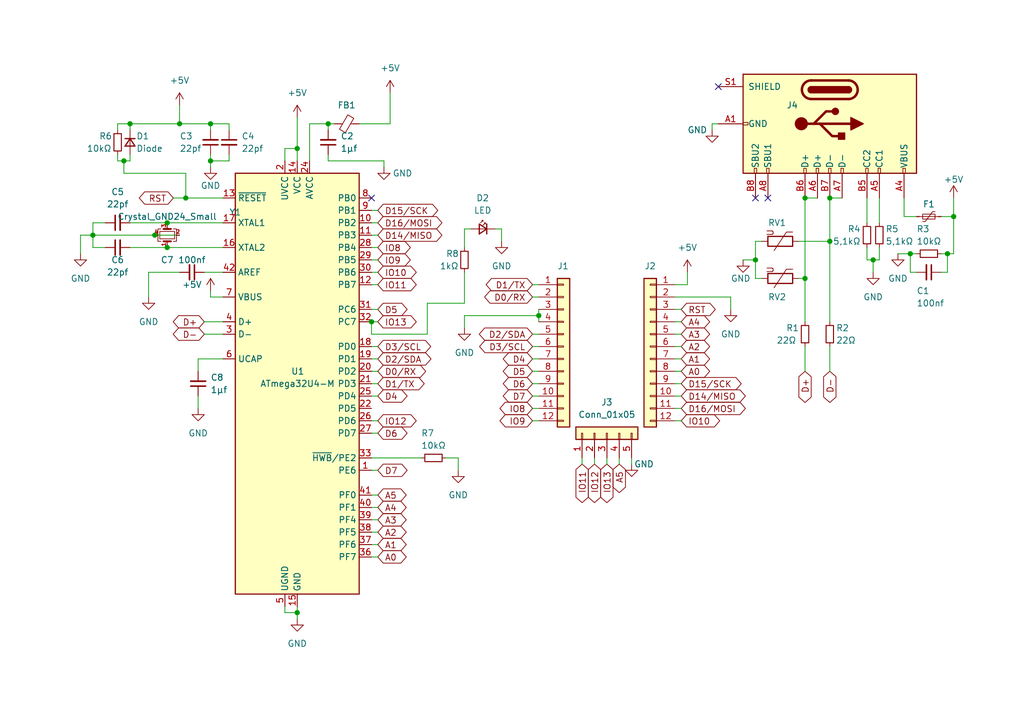
<source format=kicad_sch>
(kicad_sch (version 20211123) (generator eeschema)
  (paper "A5")
  (title_block (title "\"Epi\"") (date "2022-10-26") (rev "1,1") (company "Rasmus L."))
  (lib_symbols
    (symbol "Connector:USB_C_Receptacle_USB2.0" (pin_names (offset 1.016))
      (property "Reference" "J" (at -10.16 19.05 0))
      (property "Value" "USB_C_Receptacle_USB2.0" (at 19.05 19.05 0))
      (symbol "USB_C_Receptacle_USB2.0_0_0"
        (rectangle (start -0.254 -17.78) (end 0.254 -16.764))
        (rectangle (start 10.16 -14.986) (end 9.144 -15.494))
        (rectangle (start 10.16 -12.446) (end 9.144 -12.954))
        (rectangle (start 10.16 -4.826) (end 9.144 -5.334))
        (rectangle (start 10.16 -2.286) (end 9.144 -2.794))
        (rectangle (start 10.16 0.254) (end 9.144 -0.254))
        (rectangle (start 10.16 2.794) (end 9.144 2.286))
        (rectangle (start 10.16 7.874) (end 9.144 7.366))
        (rectangle (start 10.16 10.414) (end 9.144 9.906))
        (rectangle (start 10.16 15.494) (end 9.144 14.986))
      )
      (symbol "USB_C_Receptacle_USB2.0_0_1"
        (rectangle (start -10.16 17.78) (end 10.16 -17.78) (stroke (width 0.254)) (fill (type background)))
        (arc (start -8.89 -3.81) (mid -6.985 -5.715) (end -5.08 -3.81) (stroke (width 0.508)))
        (arc (start -7.62 -3.81) (mid -6.985 -4.445) (end -6.35 -3.81) (stroke (width 0.254)))
        (arc (start -7.62 -3.81) (mid -6.985 -4.445) (end -6.35 -3.81) (stroke (width 0.254)) (fill (type outline)))
        (rectangle (start -7.62 -3.81) (end -6.35 3.81) (stroke (width 0.254)) (fill (type outline)))
        (arc (start -6.35 3.81) (mid -6.985 4.445) (end -7.62 3.81) (stroke (width 0.254)))
        (arc (start -6.35 3.81) (mid -6.985 4.445) (end -7.62 3.81) (stroke (width 0.254)) (fill (type outline)))
        (arc (start -5.08 3.81) (mid -6.985 5.715) (end -8.89 3.81) (stroke (width 0.508)))
        (circle (center -2.54 1.143) (radius 0.635) (stroke (width 0.254)) (fill (type outline)))
        (circle (center 0 -5.842) (radius 1.27) (fill (type outline)))
        (polyline (pts (xy -8.89 -3.81) (xy -8.89 3.81)) (stroke (width 0.508)))
        (polyline (pts (xy -5.08 3.81) (xy -5.08 -3.81)) (stroke (width 0.508)))
        (polyline (pts (xy 0 -5.842) (xy 0 4.318)) (stroke (width 0.508)))
        (polyline (pts (xy 0 -3.302) (xy -2.54 -0.762) (xy -2.54 0.508)) (stroke (width 0.508)))
        (polyline (pts (xy 0 -2.032) (xy 2.54 0.508) (xy 2.54 1.778)) (stroke (width 0.508)))
        (polyline (pts (xy -1.27 4.318) (xy 0 6.858) (xy 1.27 4.318) (xy -1.27 4.318)) (stroke (width 0.254)) (fill (type outline)))
        (rectangle (start 1.905 1.778) (end 3.175 3.048) (stroke (width 0.254)) (fill (type outline)))
      )
      (symbol "USB_C_Receptacle_USB2.0_1_1"
        (pin passive line (at 0 -22.86 90) (length 5.08) (name "GND") (number "A1"))
        (pin passive line (at 0 -22.86 90) (length 5.08) hide (name "GND") (number "A12"))
        (pin passive line (at 15.24 15.24 180) (length 5.08) (name "VBUS") (number "A4"))
        (pin bidirectional line (at 15.24 10.16 180) (length 5.08) (name "CC1") (number "A5"))
        (pin bidirectional line (at 15.24 -2.54 180) (length 5.08) (name "D+") (number "A6"))
        (pin bidirectional line (at 15.24 2.54 180) (length 5.08) (name "D-") (number "A7"))
        (pin bidirectional line (at 15.24 -12.7 180) (length 5.08) (name "SBU1") (number "A8"))
        (pin passive line (at 15.24 15.24 180) (length 5.08) hide (name "VBUS") (number "A9"))
        (pin passive line (at 0 -22.86 90) (length 5.08) hide (name "GND") (number "B1"))
        (pin passive line (at 0 -22.86 90) (length 5.08) hide (name "GND") (number "B12"))
        (pin passive line (at 15.24 15.24 180) (length 5.08) hide (name "VBUS") (number "B4"))
        (pin bidirectional line (at 15.24 7.62 180) (length 5.08) (name "CC2") (number "B5"))
        (pin bidirectional line (at 15.24 -5.08 180) (length 5.08) (name "D+") (number "B6"))
        (pin bidirectional line (at 15.24 0 180) (length 5.08) (name "D-") (number "B7"))
        (pin bidirectional line (at 15.24 -15.24 180) (length 5.08) (name "SBU2") (number "B8"))
        (pin passive line (at 15.24 15.24 180) (length 5.08) hide (name "VBUS") (number "B9"))
        (pin passive line (at -7.62 -22.86 90) (length 5.08) (name "SHIELD") (number "S1"))
      )
    )
    (symbol "Connector_Generic:Conn_01x05" (pin_names (offset 1.016) hide)
      (property "Reference" "J" (at 0 7.62 0))
      (property "Value" "Conn_01x05" (at 0 -7.62 0))
      (symbol "Conn_01x05_1_1"
        (rectangle (start -1.27 -4.953) (end 0 -5.207) (stroke (width 0.1524)))
        (rectangle (start -1.27 -2.413) (end 0 -2.667) (stroke (width 0.1524)))
        (rectangle (start -1.27 0.127) (end 0 -0.127) (stroke (width 0.1524)))
        (rectangle (start -1.27 2.667) (end 0 2.413) (stroke (width 0.1524)))
        (rectangle (start -1.27 5.207) (end 0 4.953) (stroke (width 0.1524)))
        (rectangle (start -1.27 6.35) (end 1.27 -6.35) (stroke (width 0.254)) (fill (type background)))
        (pin passive line (at -5.08 5.08 0) (length 3.81) (name "Pin_1") (number "1"))
        (pin passive line (at -5.08 2.54 0) (length 3.81) (name "Pin_2") (number "2"))
        (pin passive line (at -5.08 0 0) (length 3.81) (name "Pin_3") (number "3"))
        (pin passive line (at -5.08 -2.54 0) (length 3.81) (name "Pin_4") (number "4"))
        (pin passive line (at -5.08 -5.08 0) (length 3.81) (name "Pin_5") (number "5"))
      )
    )
    (symbol "Connector_Generic:Conn_01x12" (pin_names (offset 1.016) hide)
      (property "Reference" "J" (at 0 15.24 0))
      (property "Value" "Conn_01x12" (at 0 -17.78 0))
      (symbol "Conn_01x12_1_1"
        (rectangle (start -1.27 -15.113) (end 0 -15.367) (stroke (width 0.1524)))
        (rectangle (start -1.27 -12.573) (end 0 -12.827) (stroke (width 0.1524)))
        (rectangle (start -1.27 -10.033) (end 0 -10.287) (stroke (width 0.1524)))
        (rectangle (start -1.27 -7.493) (end 0 -7.747) (stroke (width 0.1524)))
        (rectangle (start -1.27 -4.953) (end 0 -5.207) (stroke (width 0.1524)))
        (rectangle (start -1.27 -2.413) (end 0 -2.667) (stroke (width 0.1524)))
        (rectangle (start -1.27 0.127) (end 0 -0.127) (stroke (width 0.1524)))
        (rectangle (start -1.27 2.667) (end 0 2.413) (stroke (width 0.1524)))
        (rectangle (start -1.27 5.207) (end 0 4.953) (stroke (width 0.1524)))
        (rectangle (start -1.27 7.747) (end 0 7.493) (stroke (width 0.1524)))
        (rectangle (start -1.27 10.287) (end 0 10.033) (stroke (width 0.1524)))
        (rectangle (start -1.27 12.827) (end 0 12.573) (stroke (width 0.1524)))
        (rectangle (start -1.27 13.97) (end 1.27 -16.51) (stroke (width 0.254)) (fill (type background)))
        (pin passive line (at -5.08 12.7 0) (length 3.81) (name "Pin_1") (number "1"))
        (pin passive line (at -5.08 -10.16 0) (length 3.81) (name "Pin_10") (number "10"))
        (pin passive line (at -5.08 -12.7 0) (length 3.81) (name "Pin_11") (number "11"))
        (pin passive line (at -5.08 -15.24 0) (length 3.81) (name "Pin_12") (number "12"))
        (pin passive line (at -5.08 10.16 0) (length 3.81) (name "Pin_2") (number "2"))
        (pin passive line (at -5.08 7.62 0) (length 3.81) (name "Pin_3") (number "3"))
        (pin passive line (at -5.08 5.08 0) (length 3.81) (name "Pin_4") (number "4"))
        (pin passive line (at -5.08 2.54 0) (length 3.81) (name "Pin_5") (number "5"))
        (pin passive line (at -5.08 0 0) (length 3.81) (name "Pin_6") (number "6"))
        (pin passive line (at -5.08 -2.54 0) (length 3.81) (name "Pin_7") (number "7"))
        (pin passive line (at -5.08 -5.08 0) (length 3.81) (name "Pin_8") (number "8"))
        (pin passive line (at -5.08 -7.62 0) (length 3.81) (name "Pin_9") (number "9"))
      )
    )
    (symbol "Device:C_Small" (pin_numbers hide) (pin_names (offset 0.254) hide)
      (property "Reference" "C" (at 0.254 1.778 0))
      (property "Value" "C_Small" (at 0.254 -2.032 0))
      (symbol "C_Small_0_1"
        (polyline (pts (xy -1.524 -0.508) (xy 1.524 -0.508)) (stroke (width 0.3302)))
        (polyline (pts (xy -1.524 0.508) (xy 1.524 0.508)) (stroke (width 0.3048)))
      )
      (symbol "C_Small_1_1"
        (pin passive line (at 0 2.54 270) (length 2.032) (name "~") (number "1"))
        (pin passive line (at 0 -2.54 90) (length 2.032) (name "~") (number "2"))
      )
    )
    (symbol "Device:Crystal_GND24_Small" (pin_names (offset 1.016) hide)
      (property "Reference" "Y" (at 1.27 4.445 0))
      (property "Value" "Crystal_GND24_Small" (at 1.27 2.54 0))
      (symbol "Crystal_GND24_Small_0_1"
        (rectangle (start -0.762 -1.524) (end 0.762 1.524))
        (polyline (pts (xy -1.27 -0.762) (xy -1.27 0.762)) (stroke (width 0.381)))
        (polyline (pts (xy 1.27 -0.762) (xy 1.27 0.762)) (stroke (width 0.381)))
        (polyline (pts (xy -1.27 -1.27) (xy -1.27 -1.905) (xy 1.27 -1.905) (xy 1.27 -1.27)))
        (polyline (pts (xy -1.27 1.27) (xy -1.27 1.905) (xy 1.27 1.905) (xy 1.27 1.27)))
      )
      (symbol "Crystal_GND24_Small_1_1"
        (pin passive line (at -2.54 0 0) (length 1.27) (name "1") (number "1"))
        (pin passive line (at 0 -2.54 90) (length 0.635) (name "2") (number "2"))
        (pin passive line (at 2.54 0 180) (length 1.27) (name "3") (number "3"))
        (pin passive line (at 0 2.54 270) (length 0.635) (name "4") (number "4"))
      )
    )
    (symbol "Device:D_Small" (pin_numbers hide) (pin_names (offset 0.254) hide)
      (property "Reference" "D" (at -1.27 2.032 0))
      (property "Value" "D_Small" (at -3.81 -2.032 0))
      (symbol "D_Small_0_1"
        (polyline (pts (xy -0.762 -1.016) (xy -0.762 1.016)) (stroke (width 0.254)))
        (polyline (pts (xy -0.762 0) (xy 0.762 0)))
        (polyline (pts (xy 0.762 -1.016) (xy -0.762 0) (xy 0.762 1.016) (xy 0.762 -1.016)) (stroke (width 0.254)))
      )
      (symbol "D_Small_1_1"
        (pin passive line (at -2.54 0 0) (length 1.778) (name "K") (number "1"))
        (pin passive line (at 2.54 0 180) (length 1.778) (name "A") (number "2"))
      )
    )
    (symbol "Device:FerriteBead_Small" (pin_numbers hide) (pin_names (offset 0))
      (property "Reference" "FB" (at 1.905 1.27 0))
      (property "Value" "FerriteBead_Small" (at 1.905 -1.27 0))
      (symbol "FerriteBead_Small_0_1"
        (polyline (pts (xy 0 -1.27) (xy 0 -0.7874)))
        (polyline (pts (xy 0 0.889) (xy 0 1.2954)))
        (polyline (pts (xy -1.8288 0.2794) (xy -1.1176 1.4986) (xy 1.8288 -0.2032) (xy 1.1176 -1.4224) (xy -1.8288 0.2794)))
      )
      (symbol "FerriteBead_Small_1_1"
        (pin passive line (at 0 2.54 270) (length 1.27) (name "~") (number "1"))
        (pin passive line (at 0 -2.54 90) (length 1.27) (name "~") (number "2"))
      )
    )
    (symbol "Device:LED_Small" (pin_numbers hide) (pin_names (offset 0.254) hide)
      (property "Reference" "D" (at -1.27 3.175 0))
      (property "Value" "LED_Small" (at -4.445 -2.54 0))
      (symbol "LED_Small_0_1"
        (polyline (pts (xy -0.762 -1.016) (xy -0.762 1.016)) (stroke (width 0.254)))
        (polyline (pts (xy 1.016 0) (xy -0.762 0)))
        (polyline (pts (xy 0.762 -1.016) (xy -0.762 0) (xy 0.762 1.016) (xy 0.762 -1.016)) (stroke (width 0.254)))
        (polyline (pts (xy 0 0.762) (xy -0.508 1.27) (xy -0.254 1.27) (xy -0.508 1.27) (xy -0.508 1.016)))
        (polyline (pts (xy 0.508 1.27) (xy 0 1.778) (xy 0.254 1.778) (xy 0 1.778) (xy 0 1.524)))
      )
      (symbol "LED_Small_1_1"
        (pin passive line (at -2.54 0 0) (length 1.778) (name "K") (number "1"))
        (pin passive line (at 2.54 0 180) (length 1.778) (name "A") (number "2"))
      )
    )
    (symbol "Device:Polyfuse_Small" (pin_numbers hide) (pin_names (offset 0))
      (property "Reference" "F" (at -1.905 0 90))
      (property "Value" "Polyfuse_Small" (at 1.905 0 90))
      (symbol "Polyfuse_Small_0_1"
        (rectangle (start -0.508 1.27) (end 0.508 -1.27))
        (polyline (pts (xy 0 2.54) (xy 0 -2.54)))
        (polyline (pts (xy -1.016 1.27) (xy -1.016 0.762) (xy 1.016 -0.762) (xy 1.016 -1.27)))
      )
      (symbol "Polyfuse_Small_1_1"
        (pin passive line (at 0 2.54 270) (length 0.635) (name "~") (number "1"))
        (pin passive line (at 0 -2.54 90) (length 0.635) (name "~") (number "2"))
      )
    )
    (symbol "Device:R_Small" (pin_numbers hide) (pin_names (offset 0.254) hide)
      (property "Reference" "R" (at 0.762 0.508 0))
      (property "Value" "R_Small" (at 0.762 -1.016 0))
      (symbol "R_Small_0_1"
        (rectangle (start -0.762 1.778) (end 0.762 -1.778) (stroke (width 0.2032)))
      )
      (symbol "R_Small_1_1"
        (pin passive line (at 0 2.54 270) (length 0.762) (name "~") (number "1"))
        (pin passive line (at 0 -2.54 90) (length 0.762) (name "~") (number "2"))
      )
    )
    (symbol "Device:Varistor" (pin_numbers hide) (pin_names (offset 0))
      (property "Reference" "RV" (at 3.175 0 90))
      (property "Value" "Varistor" (at -3.175 0 90))
      (symbol "Varistor_0_0"
        (text "U" (at -1.778 -2.032 0) (effects (font (size 1.27 1.27))))
      )
      (symbol "Varistor_0_1"
        (rectangle (start -1.016 -2.54) (end 1.016 2.54) (stroke (width 0.254)))
        (polyline (pts (xy -1.905 2.54) (xy -1.905 1.27) (xy 1.905 -1.27)))
      )
      (symbol "Varistor_1_1"
        (pin passive line (at 0 3.81 270) (length 1.27) (name "~") (number "1"))
        (pin passive line (at 0 -3.81 90) (length 1.27) (name "~") (number "2"))
      )
    )
    (symbol "MCU_Microchip_ATmega:ATmega32U4-M"
      (property "Reference" "U" (at -12.7 44.45 0))
      (property "Value" "ATmega32U4-M" (at 2.54 -44.45 0))
      (symbol "ATmega32U4-M_0_1"
        (rectangle (start -12.7 -43.18) (end 12.7 43.18) (stroke (width 0.254)) (fill (type background)))
      )
      (symbol "ATmega32U4-M_1_1"
        (pin bidirectional line (at 15.24 -17.78 180) (length 2.54) (name "PE6") (number "1"))
        (pin bidirectional line (at 15.24 33.02 180) (length 2.54) (name "PB2") (number "10"))
        (pin bidirectional line (at 15.24 30.48 180) (length 2.54) (name "PB3") (number "11"))
        (pin bidirectional line (at 15.24 20.32 180) (length 2.54) (name "PB7") (number "12"))
        (pin input line (at -15.24 38.1 0) (length 2.54) (name "~{RESET}") (number "13"))
        (pin power_in line (at 0 45.72 270) (length 2.54) (name "VCC") (number "14"))
        (pin power_in line (at 0 -45.72 90) (length 2.54) (name "GND") (number "15"))
        (pin output line (at -15.24 27.94 0) (length 2.54) (name "XTAL2") (number "16"))
        (pin input line (at -15.24 33.02 0) (length 2.54) (name "XTAL1") (number "17"))
        (pin bidirectional line (at 15.24 7.62 180) (length 2.54) (name "PD0") (number "18"))
        (pin bidirectional line (at 15.24 5.08 180) (length 2.54) (name "PD1") (number "19"))
        (pin power_in line (at -2.54 45.72 270) (length 2.54) (name "UVCC") (number "2"))
        (pin bidirectional line (at 15.24 2.54 180) (length 2.54) (name "PD2") (number "20"))
        (pin bidirectional line (at 15.24 0 180) (length 2.54) (name "PD3") (number "21"))
        (pin bidirectional line (at 15.24 -5.08 180) (length 2.54) (name "PD5") (number "22"))
        (pin passive line (at 0 -45.72 90) (length 2.54) hide (name "GND") (number "23"))
        (pin power_in line (at 2.54 45.72 270) (length 2.54) (name "AVCC") (number "24"))
        (pin bidirectional line (at 15.24 -2.54 180) (length 2.54) (name "PD4") (number "25"))
        (pin bidirectional line (at 15.24 -7.62 180) (length 2.54) (name "PD6") (number "26"))
        (pin bidirectional line (at 15.24 -10.16 180) (length 2.54) (name "PD7") (number "27"))
        (pin bidirectional line (at 15.24 27.94 180) (length 2.54) (name "PB4") (number "28"))
        (pin bidirectional line (at 15.24 25.4 180) (length 2.54) (name "PB5") (number "29"))
        (pin bidirectional line (at -15.24 10.16 0) (length 2.54) (name "D-") (number "3"))
        (pin bidirectional line (at 15.24 22.86 180) (length 2.54) (name "PB6") (number "30"))
        (pin bidirectional line (at 15.24 15.24 180) (length 2.54) (name "PC6") (number "31"))
        (pin bidirectional line (at 15.24 12.7 180) (length 2.54) (name "PC7") (number "32"))
        (pin bidirectional line (at 15.24 -15.24 180) (length 2.54) (name "~{HWB}/PE2") (number "33"))
        (pin passive line (at 0 45.72 270) (length 2.54) hide (name "VCC") (number "34"))
        (pin passive line (at 0 -45.72 90) (length 2.54) hide (name "GND") (number "35"))
        (pin bidirectional line (at 15.24 -35.56 180) (length 2.54) (name "PF7") (number "36"))
        (pin bidirectional line (at 15.24 -33.02 180) (length 2.54) (name "PF6") (number "37"))
        (pin bidirectional line (at 15.24 -30.48 180) (length 2.54) (name "PF5") (number "38"))
        (pin bidirectional line (at 15.24 -27.94 180) (length 2.54) (name "PF4") (number "39"))
        (pin bidirectional line (at -15.24 12.7 0) (length 2.54) (name "D+") (number "4"))
        (pin bidirectional line (at 15.24 -25.4 180) (length 2.54) (name "PF1") (number "40"))
        (pin bidirectional line (at 15.24 -22.86 180) (length 2.54) (name "PF0") (number "41"))
        (pin passive line (at -15.24 22.86 0) (length 2.54) (name "AREF") (number "42"))
        (pin passive line (at 0 -45.72 90) (length 2.54) hide (name "GND") (number "43"))
        (pin passive line (at 2.54 45.72 270) (length 2.54) hide (name "AVCC") (number "44"))
        (pin passive line (at 0 -45.72 90) (length 2.54) hide (name "GND") (number "45"))
        (pin passive line (at -2.54 -45.72 90) (length 2.54) (name "UGND") (number "5"))
        (pin passive line (at -15.24 5.08 0) (length 2.54) (name "UCAP") (number "6"))
        (pin input line (at -15.24 17.78 0) (length 2.54) (name "VBUS") (number "7"))
        (pin bidirectional line (at 15.24 38.1 180) (length 2.54) (name "PB0") (number "8"))
        (pin bidirectional line (at 15.24 35.56 180) (length 2.54) (name "PB1") (number "9"))
      )
    )
    (symbol "power:+5V" (power) (pin_names (offset 0))
      (property "Value" "+5V" (at 0 3.556 0))
      (symbol "+5V_0_1"
        (polyline (pts (xy -0.762 1.27) (xy 0 2.54)))
        (polyline (pts (xy 0 0) (xy 0 2.54)))
        (polyline (pts (xy 0 2.54) (xy 0.762 1.27)))
      )
      (symbol "+5V_1_1"
        (pin power_in line (at 0 0 90) (length 0) hide (name "+5V") (number "1"))
      )
    )
    (symbol "power:GND" (power) (pin_names (offset 0))
      (property "Value" "GND" (at 0 -3.81 0))
      (symbol "GND_0_1"
        (polyline (pts (xy 0 0) (xy 0 -1.27) (xy 1.27 -1.27) (xy 0 -2.54) (xy -1.27 -1.27) (xy 0 -1.27)))
      )
      (symbol "GND_1_1"
        (pin power_in line (at 0 0 270) (length 0) hide (name "GND") (number "1"))
      )
    )
  )
  (junction (at 170.18 49.53))
  (junction (at 25.4 33.02))
  (junction (at 195.58 44.45))
  (junction (at 26.67 25.4))
  (junction (at 165.1 40.64))
  (junction (at 31.75 48.26))
  (junction (at 170.18 40.64))
  (junction (at 60.96 30.48))
  (junction (at 34.29 50.8))
  (junction (at 110.49 64.77))
  (junction (at 43.18 25.4))
  (junction (at 165.1 57.15))
  (junction (at 76.2 66.04))
  (junction (at 194.31 52.07))
  (junction (at 154.94 53.34))
  (junction (at 36.83 25.4))
  (junction (at 179.07 53.34))
  (junction (at 38.1 40.64))
  (junction (at 186.69 52.07))
  (junction (at 60.96 125.73))
  (junction (at 43.18 33.02))
  (junction (at 67.31 25.4))
  (junction (at 19.05 48.26))
  (junction (at 34.29 45.72))
  (no_connect (at 154.94 40.64))
  (no_connect (at 76.2 40.64))
  (no_connect (at 157.48 40.64))
  (no_connect (at 147.32 17.78))
  (wire (pts (xy 177.8 50.8) (xy 177.8 53.34)))
  (wire (pts (xy 41.91 66.04) (xy 45.72 66.04)))
  (wire (pts (xy 46.99 26.67) (xy 46.99 25.4)))
  (wire (pts (xy 30.48 55.88) (xy 36.83 55.88)))
  (wire (pts (xy 93.98 93.98) (xy 91.44 93.98)))
  (wire (pts (xy 154.94 53.34) (xy 154.94 49.53)))
  (wire (pts (xy 19.05 48.26) (xy 19.05 50.8)))
  (wire (pts (xy 109.22 60.96) (xy 110.49 60.96)))
  (wire (pts (xy 127 93.98) (xy 127 95.25)))
  (wire (pts (xy 76.2 53.34) (xy 77.47 53.34)))
  (wire (pts (xy 76.2 43.18) (xy 77.47 43.18)))
  (wire (pts (xy 19.05 48.26) (xy 31.75 48.26)))
  (wire (pts (xy 76.2 73.66) (xy 77.47 73.66)))
  (wire (pts (xy 87.63 68.58) (xy 76.2 68.58)))
  (wire (pts (xy 140.97 58.42) (xy 140.97 55.88)))
  (wire (pts (xy 194.31 55.88) (xy 194.31 52.07)))
  (wire (pts (xy 93.98 96.52) (xy 93.98 93.98)))
  (wire (pts (xy 63.5 25.4) (xy 63.5 33.02)))
  (wire (pts (xy 40.64 81.28) (xy 40.64 83.82)))
  (wire (pts (xy 109.22 86.36) (xy 110.49 86.36)))
  (wire (pts (xy 76.2 78.74) (xy 77.47 78.74)))
  (wire (pts (xy 95.25 46.99) (xy 96.52 46.99)))
  (wire (pts (xy 63.5 25.4) (xy 67.31 25.4)))
  (wire (pts (xy 76.2 58.42) (xy 77.47 58.42)))
  (wire (pts (xy 60.96 125.73) (xy 60.96 127)))
  (wire (pts (xy 43.18 33.02) (xy 43.18 31.75)))
  (wire (pts (xy 109.22 78.74) (xy 110.49 78.74)))
  (wire (pts (xy 76.2 93.98) (xy 86.36 93.98)))
  (wire (pts (xy 78.74 33.02) (xy 67.31 33.02)))
  (wire (pts (xy 40.64 73.66) (xy 45.72 73.66)))
  (wire (pts (xy 58.42 33.02) (xy 58.42 30.48)))
  (wire (pts (xy 138.43 83.82) (xy 139.7 83.82)))
  (wire (pts (xy 110.49 63.5) (xy 110.49 64.77)))
  (wire (pts (xy 24.13 25.4) (xy 26.67 25.4)))
  (wire (pts (xy 95.25 50.8) (xy 95.25 46.99)))
  (wire (pts (xy 76.2 109.22) (xy 77.47 109.22)))
  (wire (pts (xy 187.96 44.45) (xy 185.42 44.45)))
  (wire (pts (xy 177.8 53.34) (xy 179.07 53.34)))
  (wire (pts (xy 76.2 63.5) (xy 77.47 63.5)))
  (wire (pts (xy 170.18 40.64) (xy 170.18 49.53)))
  (wire (pts (xy 41.91 55.88) (xy 45.72 55.88)))
  (wire (pts (xy 121.92 93.98) (xy 121.92 95.25)))
  (wire (pts (xy 19.05 50.8) (xy 21.59 50.8)))
  (wire (pts (xy 138.43 60.96) (xy 149.86 60.96)))
  (wire (pts (xy 80.01 25.4) (xy 73.66 25.4)))
  (wire (pts (xy 78.74 34.29) (xy 78.74 33.02)))
  (wire (pts (xy 76.2 104.14) (xy 77.47 104.14)))
  (wire (pts (xy 76.2 88.9) (xy 77.47 88.9)))
  (wire (pts (xy 43.18 33.02) (xy 43.18 34.29)))
  (wire (pts (xy 109.22 76.2) (xy 110.49 76.2)))
  (wire (pts (xy 46.99 31.75) (xy 46.99 33.02)))
  (wire (pts (xy 87.63 62.23) (xy 87.63 68.58)))
  (wire (pts (xy 165.1 57.15) (xy 165.1 40.64)))
  (wire (pts (xy 58.42 30.48) (xy 60.96 30.48)))
  (wire (pts (xy 43.18 60.96) (xy 45.72 60.96)))
  (wire (pts (xy 19.05 45.72) (xy 19.05 48.26)))
  (wire (pts (xy 138.43 63.5) (xy 139.7 63.5)))
  (wire (pts (xy 138.43 73.66) (xy 139.7 73.66)))
  (wire (pts (xy 76.2 106.68) (xy 77.47 106.68)))
  (wire (pts (xy 76.2 111.76) (xy 77.47 111.76)))
  (wire (pts (xy 26.67 45.72) (xy 34.29 45.72)))
  (wire (pts (xy 177.8 40.64) (xy 177.8 45.72)))
  (wire (pts (xy 149.86 60.96) (xy 149.86 63.5)))
  (wire (pts (xy 154.94 49.53) (xy 156.21 49.53)))
  (wire (pts (xy 38.1 40.64) (xy 38.1 35.56)))
  (wire (pts (xy 95.25 64.77) (xy 110.49 64.77)))
  (wire (pts (xy 26.67 33.02) (xy 25.4 33.02)))
  (wire (pts (xy 138.43 71.12) (xy 139.7 71.12)))
  (wire (pts (xy 26.67 25.4) (xy 36.83 25.4)))
  (wire (pts (xy 26.67 25.4) (xy 26.67 26.67)))
  (wire (pts (xy 16.51 52.07) (xy 16.51 48.26)))
  (wire (pts (xy 195.58 52.07) (xy 194.31 52.07)))
  (wire (pts (xy 146.05 25.4) (xy 146.05 26.67)))
  (wire (pts (xy 179.07 53.34) (xy 179.07 55.88)))
  (wire (pts (xy 76.2 68.58) (xy 76.2 66.04)))
  (wire (pts (xy 110.49 64.77) (xy 110.49 66.04)))
  (wire (pts (xy 170.18 40.64) (xy 172.72 40.64)))
  (wire (pts (xy 67.31 33.02) (xy 67.31 31.75)))
  (wire (pts (xy 165.1 71.12) (xy 165.1 76.2)))
  (wire (pts (xy 109.22 83.82) (xy 110.49 83.82)))
  (wire (pts (xy 46.99 33.02) (xy 43.18 33.02)))
  (wire (pts (xy 154.94 57.15) (xy 154.94 53.34)))
  (wire (pts (xy 163.83 57.15) (xy 165.1 57.15)))
  (wire (pts (xy 76.2 86.36) (xy 77.47 86.36)))
  (wire (pts (xy 119.38 93.98) (xy 119.38 95.25)))
  (wire (pts (xy 193.04 55.88) (xy 194.31 55.88)))
  (wire (pts (xy 95.25 67.31) (xy 95.25 64.77)))
  (wire (pts (xy 186.69 55.88) (xy 187.96 55.88)))
  (wire (pts (xy 195.58 40.64) (xy 195.58 44.45)))
  (wire (pts (xy 186.69 52.07) (xy 186.69 55.88)))
  (wire (pts (xy 124.46 93.98) (xy 124.46 95.25)))
  (wire (pts (xy 194.31 52.07) (xy 193.04 52.07)))
  (wire (pts (xy 30.48 60.96) (xy 30.48 55.88)))
  (wire (pts (xy 109.22 81.28) (xy 110.49 81.28)))
  (wire (pts (xy 67.31 25.4) (xy 68.58 25.4)))
  (wire (pts (xy 25.4 35.56) (xy 25.4 33.02)))
  (wire (pts (xy 87.63 62.23) (xy 95.25 62.23)))
  (wire (pts (xy 165.1 40.64) (xy 167.64 40.64)))
  (wire (pts (xy 180.34 50.8) (xy 180.34 53.34)))
  (wire (pts (xy 138.43 78.74) (xy 139.7 78.74)))
  (wire (pts (xy 76.2 66.04) (xy 77.47 66.04)))
  (wire (pts (xy 35.56 40.64) (xy 38.1 40.64)))
  (wire (pts (xy 185.42 40.64) (xy 185.42 44.45)))
  (wire (pts (xy 76.2 55.88) (xy 77.47 55.88)))
  (wire (pts (xy 95.25 55.88) (xy 95.25 62.23)))
  (wire (pts (xy 76.2 76.2) (xy 77.47 76.2)))
  (wire (pts (xy 109.22 68.58) (xy 110.49 68.58)))
  (wire (pts (xy 170.18 71.12) (xy 170.18 76.2)))
  (wire (pts (xy 24.13 26.67) (xy 24.13 25.4)))
  (wire (pts (xy 109.22 73.66) (xy 110.49 73.66)))
  (wire (pts (xy 60.96 125.73) (xy 58.42 125.73)))
  (wire (pts (xy 156.21 57.15) (xy 154.94 57.15)))
  (wire (pts (xy 38.1 40.64) (xy 45.72 40.64)))
  (wire (pts (xy 109.22 71.12) (xy 110.49 71.12)))
  (wire (pts (xy 41.91 68.58) (xy 45.72 68.58)))
  (wire (pts (xy 60.96 24.13) (xy 60.96 30.48)))
  (wire (pts (xy 195.58 44.45) (xy 193.04 44.45)))
  (wire (pts (xy 16.51 48.26) (xy 19.05 48.26)))
  (wire (pts (xy 76.2 101.6) (xy 77.47 101.6)))
  (wire (pts (xy 43.18 59.69) (xy 43.18 60.96)))
  (wire (pts (xy 76.2 71.12) (xy 77.47 71.12)))
  (wire (pts (xy 76.2 50.8) (xy 77.47 50.8)))
  (wire (pts (xy 179.07 53.34) (xy 180.34 53.34)))
  (wire (pts (xy 165.1 57.15) (xy 165.1 66.04)))
  (wire (pts (xy 101.6 46.99) (xy 102.87 46.99)))
  (wire (pts (xy 102.87 46.99) (xy 102.87 49.53)))
  (wire (pts (xy 154.94 53.34) (xy 152.4 53.34)))
  (wire (pts (xy 34.29 45.72) (xy 45.72 45.72)))
  (wire (pts (xy 58.42 125.73) (xy 58.42 124.46)))
  (wire (pts (xy 24.13 33.02) (xy 24.13 31.75)))
  (wire (pts (xy 25.4 33.02) (xy 24.13 33.02)))
  (wire (pts (xy 138.43 86.36) (xy 139.7 86.36)))
  (wire (pts (xy 129.54 93.98) (xy 129.54 95.25)))
  (wire (pts (xy 46.99 25.4) (xy 43.18 25.4)))
  (wire (pts (xy 36.83 25.4) (xy 43.18 25.4)))
  (wire (pts (xy 180.34 40.64) (xy 180.34 45.72)))
  (wire (pts (xy 67.31 25.4) (xy 67.31 26.67)))
  (wire (pts (xy 186.69 52.07) (xy 184.15 52.07)))
  (wire (pts (xy 38.1 35.56) (xy 25.4 35.56)))
  (wire (pts (xy 76.2 114.3) (xy 77.47 114.3)))
  (wire (pts (xy 138.43 81.28) (xy 139.7 81.28)))
  (wire (pts (xy 40.64 76.2) (xy 40.64 73.66)))
  (wire (pts (xy 31.75 48.26) (xy 36.83 48.26)))
  (wire (pts (xy 76.2 45.72) (xy 77.47 45.72)))
  (wire (pts (xy 76.2 81.28) (xy 77.47 81.28)))
  (wire (pts (xy 80.01 19.05) (xy 80.01 25.4)))
  (wire (pts (xy 21.59 45.72) (xy 19.05 45.72)))
  (wire (pts (xy 36.83 25.4) (xy 36.83 21.59)))
  (wire (pts (xy 26.67 50.8) (xy 34.29 50.8)))
  (wire (pts (xy 138.43 68.58) (xy 139.7 68.58)))
  (wire (pts (xy 170.18 49.53) (xy 170.18 66.04)))
  (wire (pts (xy 195.58 44.45) (xy 195.58 52.07)))
  (wire (pts (xy 170.18 49.53) (xy 163.83 49.53)))
  (wire (pts (xy 34.29 50.8) (xy 45.72 50.8)))
  (wire (pts (xy 187.96 52.07) (xy 186.69 52.07)))
  (wire (pts (xy 43.18 25.4) (xy 43.18 26.67)))
  (wire (pts (xy 138.43 66.04) (xy 139.7 66.04)))
  (wire (pts (xy 138.43 76.2) (xy 139.7 76.2)))
  (wire (pts (xy 26.67 31.75) (xy 26.67 33.02)))
  (wire (pts (xy 138.43 58.42) (xy 140.97 58.42)))
  (wire (pts (xy 147.32 25.4) (xy 146.05 25.4)))
  (wire (pts (xy 76.2 48.26) (xy 77.47 48.26)))
  (wire (pts (xy 76.2 96.52) (xy 77.47 96.52)))
  (wire (pts (xy 60.96 30.48) (xy 60.96 33.02)))
  (wire (pts (xy 60.96 124.46) (xy 60.96 125.73)))
  (wire (pts (xy 109.22 58.42) (xy 110.49 58.42)))
  (global_label "D16{slash}MOSI" (shape bidirectional) (at 139.7 83.82 0) (property "Intersheet References" "${INTERSHEET_REFS}" (effects hide)))
  (global_label "A0" (shape bidirectional) (at 139.7 76.2 0) (property "Intersheet References" "${INTERSHEET_REFS}" (effects hide)))
  (global_label "RST" (shape bidirectional) (at 35.56 40.64 180) (property "Intersheet References" "${INTERSHEET_REFS}" (effects hide)))
  (global_label "D5" (shape bidirectional) (at 109.22 76.2 180) (property "Intersheet References" "${INTERSHEET_REFS}" (effects hide)))
  (global_label "IO10" (shape bidirectional) (at 139.7 86.36 0) (property "Intersheet References" "${INTERSHEET_REFS}" (effects hide)))
  (global_label "D5" (shape bidirectional) (at 77.47 63.5 0) (property "Intersheet References" "${INTERSHEET_REFS}" (effects hide)))
  (global_label "D14{slash}MISO" (shape bidirectional) (at 77.47 48.26 0) (property "Intersheet References" "${INTERSHEET_REFS}" (effects hide)))
  (global_label "D4" (shape bidirectional) (at 77.47 81.28 0) (property "Intersheet References" "${INTERSHEET_REFS}" (effects hide)))
  (global_label "A5" (shape bidirectional) (at 127 95.25 270) (property "Intersheet References" "${INTERSHEET_REFS}" (effects hide)))
  (global_label "D15{slash}SCK" (shape bidirectional) (at 139.7 78.74 0) (property "Intersheet References" "${INTERSHEET_REFS}" (effects hide)))
  (global_label "D1{slash}TX" (shape bidirectional) (at 77.47 78.74 0) (property "Intersheet References" "${INTERSHEET_REFS}" (effects hide)))
  (global_label "IO8" (shape bidirectional) (at 77.47 50.8 0) (property "Intersheet References" "${INTERSHEET_REFS}" (effects hide)))
  (global_label "D6" (shape bidirectional) (at 77.47 88.9 0) (property "Intersheet References" "${INTERSHEET_REFS}" (effects hide)))
  (global_label "D14{slash}MISO" (shape bidirectional) (at 139.7 81.28 0) (property "Intersheet References" "${INTERSHEET_REFS}" (effects hide)))
  (global_label "D16{slash}MOSI" (shape bidirectional) (at 77.47 45.72 0) (property "Intersheet References" "${INTERSHEET_REFS}" (effects hide)))
  (global_label "D6" (shape bidirectional) (at 109.22 78.74 180) (property "Intersheet References" "${INTERSHEET_REFS}" (effects hide)))
  (global_label "D-" (shape bidirectional) (at 41.91 68.58 180) (property "Intersheet References" "${INTERSHEET_REFS}" (effects hide)))
  (global_label "IO12" (shape bidirectional) (at 121.92 95.25 270) (property "Intersheet References" "${INTERSHEET_REFS}" (effects hide)))
  (global_label "D7" (shape bidirectional) (at 109.22 81.28 180) (property "Intersheet References" "${INTERSHEET_REFS}" (effects hide)))
  (global_label "D1{slash}TX" (shape bidirectional) (at 109.22 58.42 180) (property "Intersheet References" "${INTERSHEET_REFS}" (effects hide)))
  (global_label "D7" (shape bidirectional) (at 77.47 96.52 0) (property "Intersheet References" "${INTERSHEET_REFS}" (effects hide)))
  (global_label "D2{slash}SDA" (shape bidirectional) (at 77.47 73.66 0) (property "Intersheet References" "${INTERSHEET_REFS}" (effects hide)))
  (global_label "A4" (shape bidirectional) (at 139.7 66.04 0) (property "Intersheet References" "${INTERSHEET_REFS}" (effects hide)))
  (global_label "A3" (shape bidirectional) (at 139.7 68.58 0) (property "Intersheet References" "${INTERSHEET_REFS}" (effects hide)))
  (global_label "D0{slash}RX" (shape bidirectional) (at 109.22 60.96 180) (property "Intersheet References" "${INTERSHEET_REFS}" (effects hide)))
  (global_label "A2" (shape bidirectional) (at 77.47 109.22 0) (property "Intersheet References" "${INTERSHEET_REFS}" (effects hide)))
  (global_label "IO9" (shape bidirectional) (at 77.47 53.34 0) (property "Intersheet References" "${INTERSHEET_REFS}" (effects hide)))
  (global_label "IO13" (shape bidirectional) (at 77.47 66.04 0) (property "Intersheet References" "${INTERSHEET_REFS}" (effects hide)))
  (global_label "IO12" (shape bidirectional) (at 77.47 86.36 0) (property "Intersheet References" "${INTERSHEET_REFS}" (effects hide)))
  (global_label "IO9" (shape bidirectional) (at 109.22 86.36 180) (property "Intersheet References" "${INTERSHEET_REFS}" (effects hide)))
  (global_label "D2{slash}SDA" (shape bidirectional) (at 109.22 68.58 180) (property "Intersheet References" "${INTERSHEET_REFS}" (effects hide)))
  (global_label "D4" (shape bidirectional) (at 109.22 73.66 180) (property "Intersheet References" "${INTERSHEET_REFS}" (effects hide)))
  (global_label "IO11" (shape bidirectional) (at 77.47 58.42 0) (property "Intersheet References" "${INTERSHEET_REFS}" (effects hide)))
  (global_label "D3{slash}SCL" (shape bidirectional) (at 77.47 71.12 0) (property "Intersheet References" "${INTERSHEET_REFS}" (effects hide)))
  (global_label "A1" (shape bidirectional) (at 139.7 73.66 0) (property "Intersheet References" "${INTERSHEET_REFS}" (effects hide)))
  (global_label "A4" (shape bidirectional) (at 77.47 104.14 0) (property "Intersheet References" "${INTERSHEET_REFS}" (effects hide)))
  (global_label "D0{slash}RX" (shape bidirectional) (at 77.47 76.2 0) (property "Intersheet References" "${INTERSHEET_REFS}" (effects hide)))
  (global_label "IO8" (shape bidirectional) (at 109.22 83.82 180) (property "Intersheet References" "${INTERSHEET_REFS}" (effects hide)))
  (global_label "D-" (shape bidirectional) (at 170.18 76.2 270) (property "Intersheet References" "${INTERSHEET_REFS}" (effects hide)))
  (global_label "RST" (shape bidirectional) (at 139.7 63.5 0) (property "Intersheet References" "${INTERSHEET_REFS}" (effects hide)))
  (global_label "A2" (shape bidirectional) (at 139.7 71.12 0) (property "Intersheet References" "${INTERSHEET_REFS}" (effects hide)))
  (global_label "A5" (shape bidirectional) (at 77.47 101.6 0) (property "Intersheet References" "${INTERSHEET_REFS}" (effects hide)))
  (global_label "D3{slash}SCL" (shape bidirectional) (at 109.22 71.12 180) (property "Intersheet References" "${INTERSHEET_REFS}" (effects hide)))
  (global_label "D+" (shape bidirectional) (at 165.1 76.2 270) (property "Intersheet References" "${INTERSHEET_REFS}" (effects hide)))
  (global_label "IO13" (shape bidirectional) (at 124.46 95.25 270) (property "Intersheet References" "${INTERSHEET_REFS}" (effects hide)))
  (global_label "A3" (shape bidirectional) (at 77.47 106.68 0) (property "Intersheet References" "${INTERSHEET_REFS}" (effects hide)))
  (global_label "IO10" (shape bidirectional) (at 77.47 55.88 0) (property "Intersheet References" "${INTERSHEET_REFS}" (effects hide)))
  (global_label "A1" (shape bidirectional) (at 77.47 111.76 0) (property "Intersheet References" "${INTERSHEET_REFS}" (effects hide)))
  (global_label "D15{slash}SCK" (shape bidirectional) (at 77.47 43.18 0) (property "Intersheet References" "${INTERSHEET_REFS}" (effects hide)))
  (global_label "A0" (shape bidirectional) (at 77.47 114.3 0) (property "Intersheet References" "${INTERSHEET_REFS}" (effects hide)))
  (global_label "D+" (shape bidirectional) (at 41.91 66.04 180) (property "Intersheet References" "${INTERSHEET_REFS}" (effects hide)))
  (global_label "IO11" (shape bidirectional) (at 119.38 95.25 270) (property "Intersheet References" "${INTERSHEET_REFS}" (effects hide)))
  (symbol (lib_id "Device:R_Small") (at 170.18 68.58 0) (unit 1)
    (property "Reference" "R2" (at 171.45 67.31 0) (effects (justify left)))
    (property "Value" "22Ω" (at 171.45 69.85 0) (effects (justify left)))
    (property "Footprint" "Resistor_SMD:R_0402_1005Metric" (effects hide))
  )
  (symbol (lib_id "Device:C_Small") (at 46.99 29.21 0) (unit 1)
    (property "Reference" "C4" (at 49.53 27.9462 0) (effects (justify left)))
    (property "Value" "22pf" (at 49.53 30.4862 0) (effects (justify left)))
    (property "Footprint" "Capacitor_SMD:C_0402_1005Metric" (effects hide))
  )
  (symbol (lib_id "power:GND") (at 102.87 49.53 0) (unit 1)
    (property "Reference" "#PWR0119" (effects hide))
    (property "Value" "GND" (at 102.87 54.61 0))
  )
  (symbol (lib_id "Device:R_Small") (at 95.25 53.34 0) (unit 1)
    (property "Reference" "R8" (at 91.44 52.07 0) (effects (justify left)))
    (property "Value" "1kΩ" (at 90.17 54.61 0) (effects (justify left)))
    (property "Footprint" "Resistor_SMD:R_0402_1005Metric" (effects hide))
  )
  (symbol (lib_id "power:+5V") (at 36.83 21.59 0) (unit 1)
    (property "Reference" "#PWR0114" (effects hide))
    (property "Value" "+5V" (at 36.83 16.51 0))
  )
  (symbol (lib_id "power:GND") (at 184.15 52.07 0) (unit 1)
    (property "Reference" "#PWR0117" (effects hide))
    (property "Value" "GND" (at 184.15 57.15 0))
  )
  (symbol (lib_id "Device:R_Small") (at 177.8 48.26 180) (unit 1)
    (property "Reference" "R4" (at 176.53 46.99 0) (effects (justify left)))
    (property "Value" "5,1kΩ" (at 176.53 49.53 0) (effects (justify left)))
    (property "Footprint" "Resistor_SMD:R_0402_1005Metric" (effects hide))
  )
  (symbol (lib_id "Device:R_Small") (at 190.5 52.07 90) (unit 1)
    (property "Reference" "R3" (at 187.96 46.99 90) (effects (justify right)))
    (property "Value" "10kΩ" (at 187.96 49.53 90) (effects (justify right)))
    (property "Footprint" "Resistor_SMD:R_0402_1005Metric" (effects hide))
  )
  (symbol (lib_id "power:GND") (at 93.98 96.52 0) (unit 1)
    (property "Reference" "#PWR0118" (effects hide))
    (property "Value" "GND" (at 93.98 101.6 0))
  )
  (symbol (lib_id "Device:C_Small") (at 67.31 29.21 180) (unit 1)
    (property "Reference" "C2" (at 69.85 27.9335 0) (effects (justify right)))
    (property "Value" "1µf" (at 69.85 30.4735 0) (effects (justify right)))
    (property "Footprint" "Capacitor_SMD:C_0402_1005Metric" (effects hide))
  )
  (symbol (lib_id "Device:FerriteBead_Small") (at 71.12 25.4 90) (unit 1)
    (property "Reference" "FB1" (at 71.0819 21.59 90))
    (property "Value" "Ferrite bead low-pass filter" (effects hide))
    (property "Footprint" "Resistor_SMD:R_0402_1005Metric" (effects hide))
  )
  (symbol (lib_id "Device:C_Small") (at 43.18 29.21 180) (unit 1)
    (property "Reference" "C3" (at 36.83 27.94 0) (effects (justify right)))
    (property "Value" "22pf" (at 36.83 30.48 0) (effects (justify right)))
    (property "Footprint" "Capacitor_SMD:C_0402_1005Metric" (effects hide))
  )
  (symbol (lib_id "power:+5V") (at 195.58 40.64 0) (unit 1)
    (property "Reference" "#PWR0121" (effects hide))
    (property "Value" "+5V" (at 195.58 36.83 0))
  )
  (symbol (lib_id "Connector_Generic:Conn_01x12") (at 133.35 71.12 0) (mirror y) (unit 1)
    (property "Reference" "J2" (at 133.35 54.61 0))
    (property "Value" "Connector 1x12" (effects hide))
    (property "Footprint" "Connector_PinHeader_1.27mm:PinHeader_1x12_P1.27mm_Vertical" (effects hide))
  )
  (symbol (lib_id "power:+5V") (at 140.97 55.88 0) (unit 1)
    (property "Reference" "#PWR0107" (effects hide))
    (property "Value" "+5V" (at 140.97 50.8 0))
  )
  (symbol (lib_id "power:GND") (at 78.74 34.29 0) (unit 1)
    (property "Reference" "#PWR0102" (effects hide))
    (property "Value" "GND" (at 82.55 35.56 0))
  )
  (symbol (lib_id "Device:R_Small") (at 24.13 29.21 0) (unit 1)
    (property "Reference" "R6" (at 20.32 27.94 0) (effects (justify left)))
    (property "Value" "10kΩ" (at 17.78 30.48 0) (effects (justify left)))
    (property "Footprint" "Resistor_SMD:R_0402_1005Metric" (effects hide))
  )
  (symbol (lib_id "power:GND") (at 60.96 127 0) (unit 1)
    (property "Reference" "#PWR0112" (effects hide))
    (property "Value" "GND" (at 60.96 132.08 0))
  )
  (symbol (lib_id "Connector_Generic:Conn_01x05") (at 124.46 88.9 90) (unit 1)
    (property "Reference" "J3" (at 124.46 82.55 90))
    (property "Value" "Conn_01x05" (at 124.46 85.09 90))
    (property "Footprint" "Connector_PinHeader_1.27mm:PinHeader_1x05_P1.27mm_Vertical" (effects hide))
  )
  (symbol (lib_id "power:GND") (at 149.86 63.5 0) (unit 1)
    (property "Reference" "#PWR0106" (effects hide))
    (property "Value" "GND" (at 149.86 68.58 0))
  )
  (symbol (lib_id "power:+5V") (at 60.96 24.13 0) (unit 1)
    (property "Reference" "#PWR0113" (effects hide))
    (property "Value" "+5V" (at 60.96 19.05 0))
  )
  (symbol (lib_id "power:+5V") (at 80.01 19.05 0) (unit 1)
    (property "Reference" "#PWR0101" (effects hide))
    (property "Value" "+5V" (at 80.01 13.97 0))
  )
  (symbol (lib_id "Device:R_Small") (at 180.34 48.26 0) (unit 1)
    (property "Reference" "R5" (at 181.61 46.99 0) (effects (justify left)))
    (property "Value" "5,1kΩ" (at 181.61 49.53 0) (effects (justify left)))
    (property "Footprint" "Resistor_SMD:R_0402_1005Metric" (effects hide))
  )
  (symbol (lib_id "Device:Varistor") (at 160.02 57.15 270) (unit 1)
    (property "Reference" "RV2" (at 157.48 60.96 90) (effects (justify left)))
    (property "Value" "ESD protection varistor" (effects hide))
    (property "Footprint" "Resistor_SMD:R_0402_1005Metric" (effects hide))
  )
  (symbol (lib_id "Device:C_Small") (at 24.13 50.8 90) (unit 1)
    (property "Reference" "C6" (at 24.13 53.34 90))
    (property "Value" "22pf" (at 24.13 55.88 90))
    (property "Footprint" "Capacitor_SMD:C_0402_1005Metric" (effects hide))
  )
  (symbol (lib_id "Device:C_Small") (at 24.13 45.72 90) (unit 1)
    (property "Reference" "C5" (at 24.1363 39.37 90))
    (property "Value" "22pf" (at 24.1363 41.91 90))
    (property "Footprint" "Capacitor_SMD:C_0402_1005Metric" (effects hide))
  )
  (symbol (lib_id "power:GND") (at 152.4 53.34 0) (unit 1)
    (property "Reference" "#PWR0104" (effects hide))
    (property "Value" "GND" (at 149.86 57.15 0) (effects (justify left)))
  )
  (symbol (lib_id "power:GND") (at 30.48 60.96 0) (unit 1)
    (property "Reference" "#PWR0109" (effects hide))
    (property "Value" "GND" (at 30.48 66.04 0))
  )
  (symbol (lib_id "power:GND") (at 43.18 34.29 0) (unit 1)
    (property "Reference" "#PWR0115" (effects hide))
    (property "Value" "GND" (at 43.18 38.1 0))
  )
  (symbol (lib_id "Device:Crystal_GND24_Small") (at 34.29 48.26 90) (unit 1)
    (property "Reference" "Y1" (at 48.26 43.561 90))
    (property "Value" "Crystal_GND24_Small" (at 34.29 44.45 90))
    (property "Footprint" "Crystal:Crystal_SMD_2016-4Pin_2.0x1.6mm" (effects hide))
  )
  (symbol (lib_id "Device:R_Small") (at 165.1 68.58 0) (unit 1)
    (property "Reference" "R1" (at 162.56 67.31 0))
    (property "Value" "22Ω" (at 161.29 69.85 0))
    (property "Footprint" "Resistor_SMD:R_0402_1005Metric" (effects hide))
  )
  (symbol (lib_id "Device:LED_Small") (at 99.06 46.99 0) (mirror y) (unit 1)
    (property "Reference" "D2" (at 98.9965 40.64 0))
    (property "Value" "LED" (at 98.9965 43.18 0))
    (property "Footprint" "LED_SMD:LED_0402_1005Metric" (effects hide))
  )
  (symbol (lib_id "power:+5V") (at 43.18 59.69 0) (unit 1)
    (property "Reference" "#PWR0103" (effects hide))
    (property "Value" "+5V" (at 39.37 58.42 0))
  )
  (symbol (lib_id "power:GND") (at 40.64 83.82 0) (unit 1)
    (property "Reference" "#PWR0110" (effects hide))
    (property "Value" "GND" (at 40.64 88.9 0))
  )
  (symbol (lib_id "power:GND") (at 16.51 52.07 0) (unit 1)
    (property "Reference" "#PWR0111" (effects hide))
    (property "Value" "GND" (at 16.51 57.15 0))
  )
  (symbol (lib_id "power:GND") (at 95.25 67.31 0) (unit 1)
    (property "Reference" "#PWR0108" (effects hide))
    (property "Value" "GND" (at 95.25 72.39 0))
  )
  (symbol (lib_id "power:GND") (at 146.05 26.67 0) (unit 1)
    (property "Reference" "#PWR0105" (effects hide))
    (property "Value" "GND" (at 140.97 26.67 0) (effects (justify left)))
  )
  (symbol (lib_id "Device:R_Small") (at 88.9 93.98 90) (unit 1)
    (property "Reference" "R7" (at 86.36 88.9 90) (effects (justify right)))
    (property "Value" "10kΩ" (at 86.36 91.44 90) (effects (justify right)))
    (property "Footprint" "Resistor_SMD:R_0402_1005Metric" (effects hide))
  )
  (symbol (lib_id "Device:C_Small") (at 40.64 78.74 180) (unit 1)
    (property "Reference" "C8" (at 43.18 77.4635 0) (effects (justify right)))
    (property "Value" "1µf" (at 43.18 80.0035 0) (effects (justify right)))
    (property "Footprint" "Capacitor_SMD:C_0402_1005Metric" (effects hide))
  )
  (symbol (lib_id "Connector:USB_C_Receptacle_USB2.0") (at 170.18 25.4 270) (unit 1)
    (property "Reference" "J4" (at 161.29 21.59 90) (effects (justify left)))
    (property "Value" "USB-C 2.0 mid-mount female connector" (effects hide))
    (property "Footprint" "USB-C-Connectors-master:USB-C MC-314C-4P16" (effects hide))
    (property "Datasheet" "https://www.usb.org/sites/default/files/documents/usb_type-c.zip" (effects hide))
  )
  (symbol (lib_id "power:GND") (at 129.54 95.25 0) (unit 1)
    (property "Reference" "#PWR0120" (effects hide))
    (property "Value" "GND" (at 132.08 95.25 0))
  )
  (symbol (lib_id "power:GND") (at 179.07 55.88 0) (unit 1)
    (property "Reference" "#PWR0116" (effects hide))
    (property "Value" "GND" (at 179.07 60.96 0))
  )
  (symbol (lib_id "Device:Polyfuse_Small") (at 190.5 44.45 90) (unit 1)
    (property "Reference" "F1" (at 190.5 41.91 90))
    (property "Value" "Polyfuse 500mA HC" (effects hide))
    (property "Footprint" "Fuse:Fuse_0402_1005Metric" (effects hide))
  )
  (symbol (lib_id "MCU_Microchip_ATmega:ATmega32U4-M") (at 60.96 78.74 0) (unit 1)
    (property "Reference" "U1" (at 59.69 76.2 0) (effects (justify left)))
    (property "Value" "ATmega32U4-M" (at 53.34 78.74 0) (effects (justify left)))
    (property "Footprint" "Package_DFN_QFN:QFN-44-1EP_7x7mm_P0.5mm_EP5.2x5.2mm" (effects hide))
    (property "Datasheet" "http://ww1.microchip.com/downloads/en/DeviceDoc/Atmel-7766-8-bit-AVR-ATmega16U4-32U4_Datasheet.pdf" (effects hide))
  )
  (symbol (lib_id "Device:C_Small") (at 39.37 55.88 270) (unit 1)
    (property "Reference" "C7" (at 34.29 53.34 90))
    (property "Value" "100nf" (at 39.37 53.34 90))
    (property "Footprint" "Capacitor_SMD:C_0402_1005Metric" (effects hide))
  )
  (symbol (lib_id "Device:D_Small") (at 26.67 29.21 270) (unit 1)
    (property "Reference" "D1" (at 27.94 27.94 90) (effects (justify left)))
    (property "Value" "Diode" (at 27.94 30.48 90) (effects (justify left)))
    (property "Footprint" "Diode_SMD:D_0402_1005Metric" (effects hide))
  )
  (symbol (lib_id "Device:Varistor") (at 160.02 49.53 270) (unit 1)
    (property "Reference" "RV1" (at 157.48 45.72 90) (effects (justify left)))
    (property "Value" "ESD protection varistor" (effects hide))
    (property "Footprint" "Resistor_SMD:R_0402_1005Metric" (effects hide))
  )
  (symbol (lib_id "Connector_Generic:Conn_01x12") (at 115.57 71.12 0) (unit 1)
    (property "Reference" "J1" (at 114.3 54.61 0) (effects (justify left)))
    (property "Value" "Connector 1x12" (effects hide))
    (property "Footprint" "Connector_PinHeader_1.27mm:PinHeader_1x12_P1.27mm_Vertical" (effects hide))
  )
  (symbol (lib_id "Device:C_Small") (at 190.5 55.88 270) (unit 1)
    (property "Reference" "C1" (at 187.96 59.69 90) (effects (justify left)))
    (property "Value" "100nf" (at 187.96 62.23 90) (effects (justify left)))
    (property "Footprint" "Capacitor_SMD:C_0402_1005Metric" (effects hide))
  )
)
</source>
